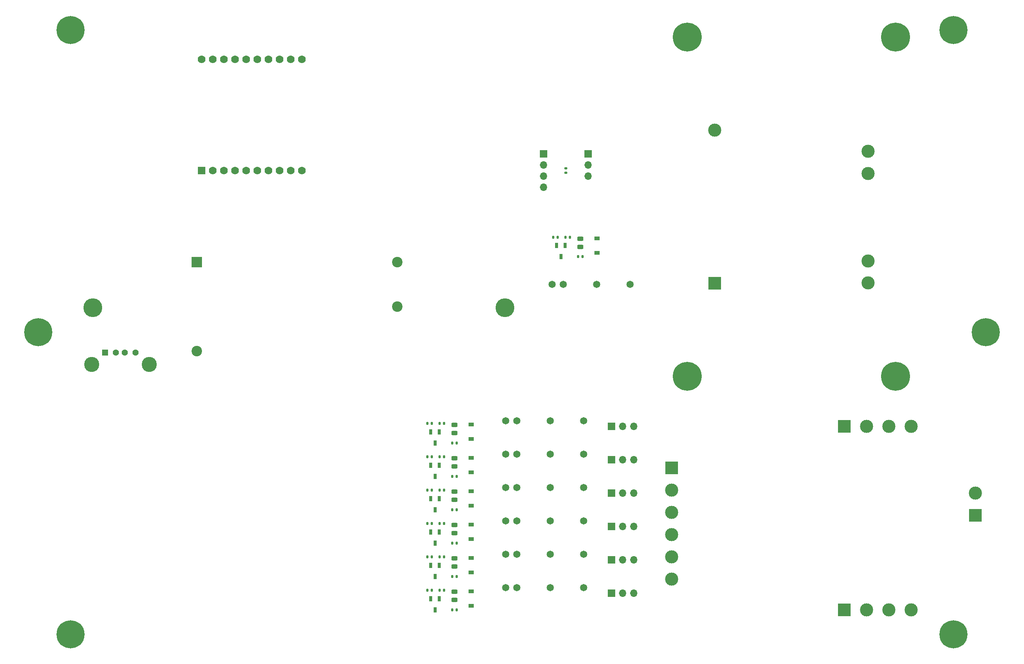
<source format=gbr>
%TF.GenerationSoftware,KiCad,Pcbnew,(6.0.0-0)*%
%TF.CreationDate,2022-12-23T14:22:00+01:00*%
%TF.ProjectId,garden-box,67617264-656e-42d6-926f-782e6b696361,rev?*%
%TF.SameCoordinates,Original*%
%TF.FileFunction,Soldermask,Top*%
%TF.FilePolarity,Negative*%
%FSLAX46Y46*%
G04 Gerber Fmt 4.6, Leading zero omitted, Abs format (unit mm)*
G04 Created by KiCad (PCBNEW (6.0.0-0)) date 2022-12-23 14:22:00*
%MOMM*%
%LPD*%
G01*
G04 APERTURE LIST*
G04 Aperture macros list*
%AMRoundRect*
0 Rectangle with rounded corners*
0 $1 Rounding radius*
0 $2 $3 $4 $5 $6 $7 $8 $9 X,Y pos of 4 corners*
0 Add a 4 corners polygon primitive as box body*
4,1,4,$2,$3,$4,$5,$6,$7,$8,$9,$2,$3,0*
0 Add four circle primitives for the rounded corners*
1,1,$1+$1,$2,$3*
1,1,$1+$1,$4,$5*
1,1,$1+$1,$6,$7*
1,1,$1+$1,$8,$9*
0 Add four rect primitives between the rounded corners*
20,1,$1+$1,$2,$3,$4,$5,0*
20,1,$1+$1,$4,$5,$6,$7,0*
20,1,$1+$1,$6,$7,$8,$9,0*
20,1,$1+$1,$8,$9,$2,$3,0*%
G04 Aperture macros list end*
%ADD10R,1.200000X0.900000*%
%ADD11RoundRect,0.243750X-0.456250X0.243750X-0.456250X-0.243750X0.456250X-0.243750X0.456250X0.243750X0*%
%ADD12C,4.300000*%
%ADD13R,1.700000X1.700000*%
%ADD14O,1.700000X1.700000*%
%ADD15R,2.400000X2.400000*%
%ADD16C,2.400000*%
%ADD17C,6.400000*%
%ADD18C,0.800000*%
%ADD19R,0.700000X1.250013*%
%ADD20RoundRect,0.135000X-0.135000X-0.185000X0.135000X-0.185000X0.135000X0.185000X-0.135000X0.185000X0*%
%ADD21R,3.000000X3.000000*%
%ADD22C,3.000000*%
%ADD23C,1.650000*%
%ADD24R,1.778000X1.778000*%
%ADD25C,1.778000*%
%ADD26R,1.431000X1.431000*%
%ADD27C,1.431000*%
%ADD28C,3.450000*%
%ADD29RoundRect,0.135000X0.135000X0.185000X-0.135000X0.185000X-0.135000X-0.185000X0.135000X-0.185000X0*%
%ADD30C,6.600000*%
%ADD31RoundRect,0.135000X-0.185000X0.135000X-0.185000X-0.135000X0.185000X-0.135000X0.185000X0.135000X0*%
G04 APERTURE END LIST*
D10*
%TO.C,D14*%
X135890000Y-152780000D03*
X135890000Y-149480000D03*
%TD*%
D11*
%TO.C,D13*%
X132080000Y-149557500D03*
X132080000Y-151432500D03*
%TD*%
D10*
%TO.C,D12*%
X135890000Y-145160000D03*
X135890000Y-141860000D03*
%TD*%
D11*
%TO.C,D11*%
X132080000Y-141937500D03*
X132080000Y-143812500D03*
%TD*%
D12*
%TO.C,REF\u002A\u002A*%
X49640000Y-84690000D03*
%TD*%
%TO.C,REF\u002A\u002A*%
X143620000Y-84690000D03*
%TD*%
D13*
%TO.C,J4*%
X167918080Y-111770000D03*
D14*
X170458080Y-111770000D03*
X172998080Y-111770000D03*
%TD*%
D15*
%TO.C,PS1*%
X73277500Y-74287500D03*
D16*
X73277500Y-94607500D03*
X118997500Y-84447500D03*
X118997500Y-74287500D03*
%TD*%
D17*
%TO.C,REF\u002A\u002A*%
X245900000Y-159240000D03*
D18*
X247597056Y-157542944D03*
X244202944Y-160937056D03*
X245900000Y-161640000D03*
X247597056Y-160937056D03*
X248300000Y-159240000D03*
X245900000Y-156840000D03*
X243500000Y-159240000D03*
X244202944Y-157542944D03*
%TD*%
D19*
%TO.C,Q7*%
X126685038Y-151150318D03*
X128584962Y-151150318D03*
X127635000Y-153649682D03*
%TD*%
D20*
%TO.C,R11*%
X128660000Y-126365000D03*
X129680000Y-126365000D03*
%TD*%
%TO.C,R19*%
X131570000Y-146050000D03*
X132590000Y-146050000D03*
%TD*%
%TO.C,R4*%
X160272500Y-73023080D03*
X161292500Y-73023080D03*
%TD*%
D21*
%TO.C,J11*%
X220980000Y-153670000D03*
D22*
X226060000Y-153670000D03*
X231140000Y-153670000D03*
X236220000Y-153670000D03*
%TD*%
D13*
%TO.C,J8*%
X167918080Y-142250000D03*
D14*
X170458080Y-142250000D03*
X172998080Y-142250000D03*
%TD*%
D20*
%TO.C,R2*%
X157362500Y-68578080D03*
X158382500Y-68578080D03*
%TD*%
D23*
%TO.C,K6*%
X143773080Y-140980000D03*
X146313080Y-140980000D03*
X153933080Y-140980000D03*
X161553080Y-140980000D03*
%TD*%
D11*
%TO.C,D9*%
X132080000Y-134327500D03*
X132080000Y-136202500D03*
%TD*%
D20*
%TO.C,R20*%
X128660000Y-149225000D03*
X129680000Y-149225000D03*
%TD*%
%TO.C,R5*%
X128660000Y-111125000D03*
X129680000Y-111125000D03*
%TD*%
D13*
%TO.C,J9*%
X167918080Y-149870000D03*
D14*
X170458080Y-149870000D03*
X172998080Y-149870000D03*
%TD*%
D11*
%TO.C,D3*%
X132080000Y-111457500D03*
X132080000Y-113332500D03*
%TD*%
D19*
%TO.C,Q3*%
X126685038Y-120670318D03*
X128584962Y-120670318D03*
X127635000Y-123169682D03*
%TD*%
D20*
%TO.C,R22*%
X131570000Y-153670000D03*
X132590000Y-153670000D03*
%TD*%
D24*
%TO.C,U1*%
X74425000Y-53380000D03*
D25*
X76965000Y-53380000D03*
X79505000Y-53380000D03*
X82045000Y-53380000D03*
X84585000Y-53380000D03*
X87125000Y-53380000D03*
X89665000Y-53380000D03*
X92205000Y-53380000D03*
X94745000Y-53380000D03*
X97285000Y-53380000D03*
X97285000Y-27980000D03*
X94745000Y-27980000D03*
X92205000Y-27980000D03*
X89665000Y-27980000D03*
X87125000Y-27980000D03*
X84585000Y-27980000D03*
X82045000Y-27980000D03*
X79505000Y-27980000D03*
X76965000Y-27980000D03*
X74425000Y-27980000D03*
%TD*%
D20*
%TO.C,R16*%
X131570000Y-138440000D03*
X132590000Y-138440000D03*
%TD*%
D18*
%TO.C,REF\u002A\u002A*%
X44500000Y-161640000D03*
X42802944Y-157542944D03*
X42100000Y-159240000D03*
X46900000Y-159240000D03*
D17*
X44500000Y-159240000D03*
D18*
X44500000Y-156840000D03*
X46197056Y-160937056D03*
X46197056Y-157542944D03*
X42802944Y-160937056D03*
%TD*%
D20*
%TO.C,R7*%
X131570000Y-115570000D03*
X132590000Y-115570000D03*
%TD*%
D13*
%TO.C,J2*%
X152400000Y-49530000D03*
D14*
X152400000Y-52070000D03*
X152400000Y-54610000D03*
X152400000Y-57150000D03*
%TD*%
D19*
%TO.C,Q6*%
X126685038Y-143530318D03*
X128584962Y-143530318D03*
X127635000Y-146029682D03*
%TD*%
D20*
%TO.C,R13*%
X131570000Y-130810000D03*
X132590000Y-130810000D03*
%TD*%
D26*
%TO.C,J3*%
X52380000Y-94955000D03*
D27*
X54880000Y-94955000D03*
X56880000Y-94955000D03*
X59380000Y-94955000D03*
D28*
X62450000Y-97665000D03*
X49310000Y-97665000D03*
%TD*%
D17*
%TO.C,REF\u002A\u002A*%
X44500000Y-21240000D03*
D18*
X42802944Y-19542944D03*
X42802944Y-22937056D03*
X44500000Y-18840000D03*
X44500000Y-23640000D03*
X42100000Y-21240000D03*
X46197056Y-22937056D03*
X46900000Y-21240000D03*
X46197056Y-19542944D03*
%TD*%
D20*
%TO.C,R17*%
X128660000Y-141605000D03*
X129680000Y-141605000D03*
%TD*%
D19*
%TO.C,Q5*%
X126685038Y-135920318D03*
X128584962Y-135920318D03*
X127635000Y-138419682D03*
%TD*%
D29*
%TO.C,R15*%
X126875000Y-133995000D03*
X125855000Y-133995000D03*
%TD*%
D11*
%TO.C,D7*%
X132080000Y-126697500D03*
X132080000Y-128572500D03*
%TD*%
D19*
%TO.C,Q1*%
X155387538Y-70503398D03*
X157287462Y-70503398D03*
X156337500Y-73002762D03*
%TD*%
D23*
%TO.C,K2*%
X143773080Y-110500000D03*
X146313080Y-110500000D03*
X153933080Y-110500000D03*
X161553080Y-110500000D03*
%TD*%
D20*
%TO.C,R8*%
X128660000Y-118745000D03*
X129680000Y-118745000D03*
%TD*%
D29*
%TO.C,R12*%
X126875000Y-126365000D03*
X125855000Y-126365000D03*
%TD*%
D13*
%TO.C,J1*%
X162560000Y-49530000D03*
D14*
X162560000Y-52070000D03*
X162560000Y-54610000D03*
%TD*%
D21*
%TO.C,J12*%
X220980000Y-111760000D03*
D22*
X226060000Y-111760000D03*
X231140000Y-111760000D03*
X236220000Y-111760000D03*
%TD*%
D21*
%TO.C,T1*%
X191415000Y-79095000D03*
D22*
X191415000Y-44095000D03*
X226415000Y-48995000D03*
X226415000Y-53995000D03*
X226415000Y-73995000D03*
X226415000Y-78995000D03*
D30*
X185165000Y-100345000D03*
X185165000Y-22845000D03*
X232665000Y-22845000D03*
X232665000Y-100345000D03*
%TD*%
D10*
%TO.C,D8*%
X135890000Y-129920000D03*
X135890000Y-126620000D03*
%TD*%
D21*
%TO.C,J13*%
X181610000Y-121285000D03*
D22*
X181610000Y-126365000D03*
X181610000Y-131445000D03*
X181610000Y-136525000D03*
X181610000Y-141605000D03*
X181610000Y-146685000D03*
%TD*%
D18*
%TO.C,REF\u002A\u002A*%
X38897056Y-88542944D03*
X37200000Y-92640000D03*
X35502944Y-91937056D03*
X34800000Y-90240000D03*
X38897056Y-91937056D03*
X37200000Y-87840000D03*
X39600000Y-90240000D03*
X35502944Y-88542944D03*
D17*
X37200000Y-90240000D03*
%TD*%
D13*
%TO.C,J5*%
X167918080Y-119390000D03*
D14*
X170458080Y-119390000D03*
X172998080Y-119390000D03*
%TD*%
D18*
%TO.C,REF\u002A\u002A*%
X251502944Y-88542944D03*
X253200000Y-92640000D03*
D17*
X253200000Y-90240000D03*
D18*
X254897056Y-88542944D03*
X251502944Y-91937056D03*
X254897056Y-91937056D03*
X250800000Y-90240000D03*
X253200000Y-87840000D03*
X255600000Y-90240000D03*
%TD*%
D23*
%TO.C,K7*%
X143773080Y-148600000D03*
X146313080Y-148600000D03*
X153933080Y-148600000D03*
X161553080Y-148600000D03*
%TD*%
D13*
%TO.C,J7*%
X167918080Y-134640000D03*
D14*
X170458080Y-134640000D03*
X172998080Y-134640000D03*
%TD*%
D20*
%TO.C,R14*%
X128660000Y-133995000D03*
X129680000Y-133995000D03*
%TD*%
D23*
%TO.C,K3*%
X143773080Y-118120000D03*
X146313080Y-118120000D03*
X153933080Y-118120000D03*
X161553080Y-118120000D03*
%TD*%
D10*
%TO.C,D4*%
X135890000Y-114680000D03*
X135890000Y-111380000D03*
%TD*%
D23*
%TO.C,K5*%
X143773080Y-133370000D03*
X146313080Y-133370000D03*
X153933080Y-133370000D03*
X161553080Y-133370000D03*
%TD*%
D13*
%TO.C,J6*%
X167918080Y-127010000D03*
D14*
X170458080Y-127010000D03*
X172998080Y-127010000D03*
%TD*%
D31*
%TO.C,R1*%
X157480000Y-52830000D03*
X157480000Y-53850000D03*
%TD*%
D23*
%TO.C,K4*%
X143773080Y-125740000D03*
X146313080Y-125740000D03*
X153933080Y-125740000D03*
X161553080Y-125740000D03*
%TD*%
D29*
%TO.C,R18*%
X126875000Y-141605000D03*
X125855000Y-141605000D03*
%TD*%
D11*
%TO.C,D1*%
X160782500Y-68910580D03*
X160782500Y-70785580D03*
%TD*%
D20*
%TO.C,R10*%
X131570000Y-123190000D03*
X132590000Y-123190000D03*
%TD*%
D29*
%TO.C,R21*%
X126875000Y-149225000D03*
X125855000Y-149225000D03*
%TD*%
D10*
%TO.C,D6*%
X135890000Y-122300000D03*
X135890000Y-119000000D03*
%TD*%
D17*
%TO.C,REF\u002A\u002A*%
X245900000Y-21240000D03*
D18*
X248300000Y-21240000D03*
X247597056Y-19542944D03*
X245900000Y-23640000D03*
X247597056Y-22937056D03*
X245900000Y-18840000D03*
X243500000Y-21240000D03*
X244202944Y-19542944D03*
X244202944Y-22937056D03*
%TD*%
D19*
%TO.C,Q2*%
X126685038Y-113050318D03*
X128584962Y-113050318D03*
X127635000Y-115549682D03*
%TD*%
D29*
%TO.C,R6*%
X126875000Y-111125000D03*
X125855000Y-111125000D03*
%TD*%
%TO.C,R3*%
X155577500Y-68578080D03*
X154557500Y-68578080D03*
%TD*%
D10*
%TO.C,D2*%
X164592500Y-72133080D03*
X164592500Y-68833080D03*
%TD*%
D29*
%TO.C,R9*%
X126875000Y-118745000D03*
X125855000Y-118745000D03*
%TD*%
D19*
%TO.C,Q4*%
X126685038Y-128290318D03*
X128584962Y-128290318D03*
X127635000Y-130789682D03*
%TD*%
D23*
%TO.C,K1*%
X154305000Y-79375000D03*
X156845000Y-79375000D03*
X164465000Y-79375000D03*
X172085000Y-79375000D03*
%TD*%
D21*
%TO.C,J10*%
X250825000Y-132080000D03*
D22*
X250825000Y-127000000D03*
%TD*%
D10*
%TO.C,D10*%
X135890000Y-137550000D03*
X135890000Y-134250000D03*
%TD*%
D11*
%TO.C,D5*%
X132080000Y-119077500D03*
X132080000Y-120952500D03*
%TD*%
M02*

</source>
